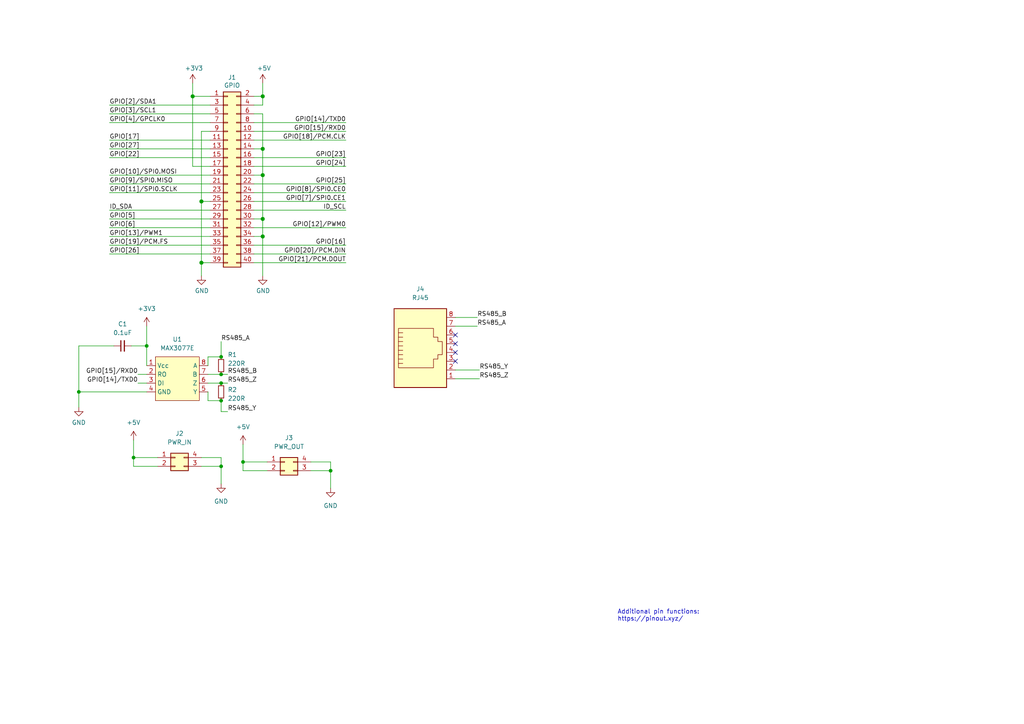
<source format=kicad_sch>
(kicad_sch (version 20211123) (generator eeschema)
  (paper "A4")
  (title_block (date "15 nov 2012"))
  (lib_symbols
    (symbol "Connector:RJ45" (pin_names (offset 1.016))
      (property "Reference" "J" (at -5.08 13.97 0))
      (property "Value" "RJ45" (at 2.54 13.97 0))
      (symbol "RJ45_0_1"
        (polyline (pts (xy -5.08 4.445) (xy -6.35 4.445)))
        (polyline (pts (xy -5.08 5.715) (xy -6.35 5.715)))
        (polyline (pts (xy -6.35 -3.175) (xy -5.08 -3.175) (xy -5.08 -3.175)))
        (polyline (pts (xy -6.35 -1.905) (xy -5.08 -1.905) (xy -5.08 -1.905)))
        (polyline (pts (xy -6.35 -0.635) (xy -5.08 -0.635) (xy -5.08 -0.635)))
        (polyline (pts (xy -6.35 0.635) (xy -5.08 0.635) (xy -5.08 0.635)))
        (polyline (pts (xy -6.35 1.905) (xy -5.08 1.905) (xy -5.08 1.905)))
        (polyline (pts (xy -5.08 3.175) (xy -6.35 3.175) (xy -6.35 3.175)))
        (polyline (pts (xy -6.35 -4.445) (xy -6.35 6.985) (xy 3.81 6.985) (xy 3.81 4.445) (xy 5.08 4.445) (xy 5.08 3.175) (xy 6.35 3.175) (xy 6.35 -0.635) (xy 5.08 -0.635) (xy 5.08 -1.905) (xy 3.81 -1.905) (xy 3.81 -4.445) (xy -6.35 -4.445) (xy -6.35 -4.445)))
        (rectangle (start 7.62 12.7) (end -7.62 -10.16) (stroke (width 0.254)) (fill (type background)))
      )
      (symbol "RJ45_1_1"
        (pin passive line (at 10.16 -7.62 180) (length 2.54) (name "~") (number "1"))
        (pin passive line (at 10.16 -5.08 180) (length 2.54) (name "~") (number "2"))
        (pin passive line (at 10.16 -2.54 180) (length 2.54) (name "~") (number "3"))
        (pin passive line (at 10.16 0 180) (length 2.54) (name "~") (number "4"))
        (pin passive line (at 10.16 2.54 180) (length 2.54) (name "~") (number "5"))
        (pin passive line (at 10.16 5.08 180) (length 2.54) (name "~") (number "6"))
        (pin passive line (at 10.16 7.62 180) (length 2.54) (name "~") (number "7"))
        (pin passive line (at 10.16 10.16 180) (length 2.54) (name "~") (number "8"))
      )
    )
    (symbol "Connector_Generic:Conn_02x02_Counter_Clockwise" (pin_names (offset 1.016) hide)
      (property "Reference" "J" (at 1.27 2.54 0))
      (property "Value" "Conn_02x02_Counter_Clockwise" (at 1.27 -5.08 0))
      (symbol "Conn_02x02_Counter_Clockwise_1_1"
        (rectangle (start -1.27 -2.413) (end 0 -2.667) (stroke (width 0.1524)))
        (rectangle (start -1.27 0.127) (end 0 -0.127) (stroke (width 0.1524)))
        (rectangle (start -1.27 1.27) (end 3.81 -3.81) (stroke (width 0.254)) (fill (type background)))
        (rectangle (start 3.81 -2.413) (end 2.54 -2.667) (stroke (width 0.1524)))
        (rectangle (start 3.81 0.127) (end 2.54 -0.127) (stroke (width 0.1524)))
        (pin passive line (at -5.08 0 0) (length 3.81) (name "Pin_1") (number "1"))
        (pin passive line (at -5.08 -2.54 0) (length 3.81) (name "Pin_2") (number "2"))
        (pin passive line (at 7.62 -2.54 180) (length 3.81) (name "Pin_3") (number "3"))
        (pin passive line (at 7.62 0 180) (length 3.81) (name "Pin_4") (number "4"))
      )
    )
    (symbol "Connector_Generic:Conn_02x20_Odd_Even" (pin_names (offset 1.016) hide)
      (property "Reference" "J" (at 1.27 25.4 0))
      (property "Value" "Conn_02x20_Odd_Even" (at 1.27 -27.94 0))
      (symbol "Conn_02x20_Odd_Even_1_1"
        (rectangle (start -1.27 -25.273) (end 0 -25.527) (stroke (width 0.1524)))
        (rectangle (start -1.27 -22.733) (end 0 -22.987) (stroke (width 0.1524)))
        (rectangle (start -1.27 -20.193) (end 0 -20.447) (stroke (width 0.1524)))
        (rectangle (start -1.27 -17.653) (end 0 -17.907) (stroke (width 0.1524)))
        (rectangle (start -1.27 -15.113) (end 0 -15.367) (stroke (width 0.1524)))
        (rectangle (start -1.27 -12.573) (end 0 -12.827) (stroke (width 0.1524)))
        (rectangle (start -1.27 -10.033) (end 0 -10.287) (stroke (width 0.1524)))
        (rectangle (start -1.27 -7.493) (end 0 -7.747) (stroke (width 0.1524)))
        (rectangle (start -1.27 -4.953) (end 0 -5.207) (stroke (width 0.1524)))
        (rectangle (start -1.27 -2.413) (end 0 -2.667) (stroke (width 0.1524)))
        (rectangle (start -1.27 0.127) (end 0 -0.127) (stroke (width 0.1524)))
        (rectangle (start -1.27 2.667) (end 0 2.413) (stroke (width 0.1524)))
        (rectangle (start -1.27 5.207) (end 0 4.953) (stroke (width 0.1524)))
        (rectangle (start -1.27 7.747) (end 0 7.493) (stroke (width 0.1524)))
        (rectangle (start -1.27 10.287) (end 0 10.033) (stroke (width 0.1524)))
        (rectangle (start -1.27 12.827) (end 0 12.573) (stroke (width 0.1524)))
        (rectangle (start -1.27 15.367) (end 0 15.113) (stroke (width 0.1524)))
        (rectangle (start -1.27 17.907) (end 0 17.653) (stroke (width 0.1524)))
        (rectangle (start -1.27 20.447) (end 0 20.193) (stroke (width 0.1524)))
        (rectangle (start -1.27 22.987) (end 0 22.733) (stroke (width 0.1524)))
        (rectangle (start -1.27 24.13) (end 3.81 -26.67) (stroke (width 0.254)) (fill (type background)))
        (rectangle (start 3.81 -25.273) (end 2.54 -25.527) (stroke (width 0.1524)))
        (rectangle (start 3.81 -22.733) (end 2.54 -22.987) (stroke (width 0.1524)))
        (rectangle (start 3.81 -20.193) (end 2.54 -20.447) (stroke (width 0.1524)))
        (rectangle (start 3.81 -17.653) (end 2.54 -17.907) (stroke (width 0.1524)))
        (rectangle (start 3.81 -15.113) (end 2.54 -15.367) (stroke (width 0.1524)))
        (rectangle (start 3.81 -12.573) (end 2.54 -12.827) (stroke (width 0.1524)))
        (rectangle (start 3.81 -10.033) (end 2.54 -10.287) (stroke (width 0.1524)))
        (rectangle (start 3.81 -7.493) (end 2.54 -7.747) (stroke (width 0.1524)))
        (rectangle (start 3.81 -4.953) (end 2.54 -5.207) (stroke (width 0.1524)))
        (rectangle (start 3.81 -2.413) (end 2.54 -2.667) (stroke (width 0.1524)))
        (rectangle (start 3.81 0.127) (end 2.54 -0.127) (stroke (width 0.1524)))
        (rectangle (start 3.81 2.667) (end 2.54 2.413) (stroke (width 0.1524)))
        (rectangle (start 3.81 5.207) (end 2.54 4.953) (stroke (width 0.1524)))
        (rectangle (start 3.81 7.747) (end 2.54 7.493) (stroke (width 0.1524)))
        (rectangle (start 3.81 10.287) (end 2.54 10.033) (stroke (width 0.1524)))
        (rectangle (start 3.81 12.827) (end 2.54 12.573) (stroke (width 0.1524)))
        (rectangle (start 3.81 15.367) (end 2.54 15.113) (stroke (width 0.1524)))
        (rectangle (start 3.81 17.907) (end 2.54 17.653) (stroke (width 0.1524)))
        (rectangle (start 3.81 20.447) (end 2.54 20.193) (stroke (width 0.1524)))
        (rectangle (start 3.81 22.987) (end 2.54 22.733) (stroke (width 0.1524)))
        (pin passive line (at -5.08 22.86 0) (length 3.81) (name "Pin_1") (number "1"))
        (pin passive line (at 7.62 12.7 180) (length 3.81) (name "Pin_10") (number "10"))
        (pin passive line (at -5.08 10.16 0) (length 3.81) (name "Pin_11") (number "11"))
        (pin passive line (at 7.62 10.16 180) (length 3.81) (name "Pin_12") (number "12"))
        (pin passive line (at -5.08 7.62 0) (length 3.81) (name "Pin_13") (number "13"))
        (pin passive line (at 7.62 7.62 180) (length 3.81) (name "Pin_14") (number "14"))
        (pin passive line (at -5.08 5.08 0) (length 3.81) (name "Pin_15") (number "15"))
        (pin passive line (at 7.62 5.08 180) (length 3.81) (name "Pin_16") (number "16"))
        (pin passive line (at -5.08 2.54 0) (length 3.81) (name "Pin_17") (number "17"))
        (pin passive line (at 7.62 2.54 180) (length 3.81) (name "Pin_18") (number "18"))
        (pin passive line (at -5.08 0 0) (length 3.81) (name "Pin_19") (number "19"))
        (pin passive line (at 7.62 22.86 180) (length 3.81) (name "Pin_2") (number "2"))
        (pin passive line (at 7.62 0 180) (length 3.81) (name "Pin_20") (number "20"))
        (pin passive line (at -5.08 -2.54 0) (length 3.81) (name "Pin_21") (number "21"))
        (pin passive line (at 7.62 -2.54 180) (length 3.81) (name "Pin_22") (number "22"))
        (pin passive line (at -5.08 -5.08 0) (length 3.81) (name "Pin_23") (number "23"))
        (pin passive line (at 7.62 -5.08 180) (length 3.81) (name "Pin_24") (number "24"))
        (pin passive line (at -5.08 -7.62 0) (length 3.81) (name "Pin_25") (number "25"))
        (pin passive line (at 7.62 -7.62 180) (length 3.81) (name "Pin_26") (number "26"))
        (pin passive line (at -5.08 -10.16 0) (length 3.81) (name "Pin_27") (number "27"))
        (pin passive line (at 7.62 -10.16 180) (length 3.81) (name "Pin_28") (number "28"))
        (pin passive line (at -5.08 -12.7 0) (length 3.81) (name "Pin_29") (number "29"))
        (pin passive line (at -5.08 20.32 0) (length 3.81) (name "Pin_3") (number "3"))
        (pin passive line (at 7.62 -12.7 180) (length 3.81) (name "Pin_30") (number "30"))
        (pin passive line (at -5.08 -15.24 0) (length 3.81) (name "Pin_31") (number "31"))
        (pin passive line (at 7.62 -15.24 180) (length 3.81) (name "Pin_32") (number "32"))
        (pin passive line (at -5.08 -17.78 0) (length 3.81) (name "Pin_33") (number "33"))
        (pin passive line (at 7.62 -17.78 180) (length 3.81) (name "Pin_34") (number "34"))
        (pin passive line (at -5.08 -20.32 0) (length 3.81) (name "Pin_35") (number "35"))
        (pin passive line (at 7.62 -20.32 180) (length 3.81) (name "Pin_36") (number "36"))
        (pin passive line (at -5.08 -22.86 0) (length 3.81) (name "Pin_37") (number "37"))
        (pin passive line (at 7.62 -22.86 180) (length 3.81) (name "Pin_38") (number "38"))
        (pin passive line (at -5.08 -25.4 0) (length 3.81) (name "Pin_39") (number "39"))
        (pin passive line (at 7.62 20.32 180) (length 3.81) (name "Pin_4") (number "4"))
        (pin passive line (at 7.62 -25.4 180) (length 3.81) (name "Pin_40") (number "40"))
        (pin passive line (at -5.08 17.78 0) (length 3.81) (name "Pin_5") (number "5"))
        (pin passive line (at 7.62 17.78 180) (length 3.81) (name "Pin_6") (number "6"))
        (pin passive line (at -5.08 15.24 0) (length 3.81) (name "Pin_7") (number "7"))
        (pin passive line (at 7.62 15.24 180) (length 3.81) (name "Pin_8") (number "8"))
        (pin passive line (at -5.08 12.7 0) (length 3.81) (name "Pin_9") (number "9"))
      )
    )
    (symbol "Device:C_Small" (pin_numbers hide) (pin_names (offset 0.254) hide)
      (property "Reference" "C" (at 0.254 1.778 0))
      (property "Value" "C_Small" (at 0.254 -2.032 0))
      (symbol "C_Small_0_1"
        (polyline (pts (xy -1.524 -0.508) (xy 1.524 -0.508)) (stroke (width 0.3302)))
        (polyline (pts (xy -1.524 0.508) (xy 1.524 0.508)) (stroke (width 0.3048)))
      )
      (symbol "C_Small_1_1"
        (pin passive line (at 0 2.54 270) (length 2.032) (name "~") (number "1"))
        (pin passive line (at 0 -2.54 90) (length 2.032) (name "~") (number "2"))
      )
    )
    (symbol "Device:R_Small" (pin_numbers hide) (pin_names (offset 0.254) hide)
      (property "Reference" "R" (at 0.762 0.508 0))
      (property "Value" "R_Small" (at 0.762 -1.016 0))
      (symbol "R_Small_0_1"
        (rectangle (start -0.762 1.778) (end 0.762 -1.778) (stroke (width 0.2032)))
      )
      (symbol "R_Small_1_1"
        (pin passive line (at 0 2.54 270) (length 0.762) (name "~") (number "1"))
        (pin passive line (at 0 -2.54 90) (length 0.762) (name "~") (number "2"))
      )
    )
    (symbol "plib:MAX3077E"
      (property "Reference" "U" (at 0 -7.62 0))
      (property "Value" "MAX3077E" (at 0 7.62 0))
      (symbol "MAX3077E_0_0"
        (pin output line (at -8.89 1.27 0) (length 2.54) (name "RO") (number "2"))
        (pin input line (at -8.89 -1.27 0) (length 2.54) (name "DI") (number "3"))
        (pin input line (at -8.89 -3.81 0) (length 2.54) (name "GND") (number "4"))
        (pin input line (at 8.89 -3.81 180) (length 2.54) (name "Y") (number "5"))
        (pin input line (at 8.89 -1.27 180) (length 2.54) (name "Z") (number "6"))
        (pin input line (at 8.89 1.27 180) (length 2.54) (name "B") (number "7"))
        (pin input line (at 8.89 3.81 180) (length 2.54) (name "A") (number "8"))
      )
      (symbol "MAX3077E_0_1"
        (rectangle (start -6.35 6.35) (end 6.35 -6.35) (fill (type background)))
      )
      (symbol "MAX3077E_1_1"
        (pin input line (at -8.89 3.81 0) (length 2.54) (name "Vcc") (number "1"))
      )
    )
    (symbol "power:+3.3V" (power) (pin_names (offset 0))
      (property "Value" "+3.3V" (at 0 3.556 0))
      (symbol "+3.3V_0_1"
        (polyline (pts (xy -0.762 1.27) (xy 0 2.54)))
        (polyline (pts (xy 0 0) (xy 0 2.54)))
        (polyline (pts (xy 0 2.54) (xy 0.762 1.27)))
      )
      (symbol "+3.3V_1_1"
        (pin power_in line (at 0 0 90) (length 0) hide (name "+3V3") (number "1"))
      )
    )
    (symbol "power:+3V3" (power) (pin_names (offset 0))
      (property "Value" "+3V3" (at 0 3.556 0))
      (symbol "+3V3_0_1"
        (polyline (pts (xy -0.762 1.27) (xy 0 2.54)))
        (polyline (pts (xy 0 0) (xy 0 2.54)))
        (polyline (pts (xy 0 2.54) (xy 0.762 1.27)))
      )
      (symbol "+3V3_1_1"
        (pin power_in line (at 0 0 90) (length 0) hide (name "+3V3") (number "1"))
      )
    )
    (symbol "power:+5V" (power) (pin_names (offset 0))
      (property "Value" "+5V" (at 0 3.556 0))
      (symbol "+5V_0_1"
        (polyline (pts (xy -0.762 1.27) (xy 0 2.54)))
        (polyline (pts (xy 0 0) (xy 0 2.54)))
        (polyline (pts (xy 0 2.54) (xy 0.762 1.27)))
      )
      (symbol "+5V_1_1"
        (pin power_in line (at 0 0 90) (length 0) hide (name "+5V") (number "1"))
      )
    )
    (symbol "power:GND" (power) (pin_names (offset 0))
      (property "Value" "GND" (at 0 -3.81 0))
      (symbol "GND_0_1"
        (polyline (pts (xy 0 0) (xy 0 -1.27) (xy 1.27 -1.27) (xy 0 -2.54) (xy -1.27 -1.27) (xy 0 -1.27)))
      )
      (symbol "GND_1_1"
        (pin power_in line (at 0 0 270) (length 0) hide (name "GND") (number "1"))
      )
    )
  )
  (junction (at 76.2 27.94) (diameter 1.016))
  (junction (at 76.2 43.18) (diameter 1.016))
  (junction (at 64.135 116.205))
  (junction (at 64.135 108.585))
  (junction (at 64.135 103.505))
  (junction (at 95.885 136.525))
  (junction (at 42.545 100.33))
  (junction (at 58.42 76.2) (diameter 1.016))
  (junction (at 58.42 58.42) (diameter 1.016))
  (junction (at 76.2 68.58) (diameter 1.016))
  (junction (at 64.135 135.255))
  (junction (at 22.86 113.665))
  (junction (at 70.485 133.985))
  (junction (at 76.2 63.5) (diameter 1.016))
  (junction (at 64.135 111.125))
  (junction (at 38.735 132.715))
  (junction (at 76.2 50.8) (diameter 1.016))
  (junction (at 55.88 27.94) (diameter 1.016))
  (no_connect (at 132.08 97.155))
  (no_connect (at 132.08 104.775))
  (no_connect (at 132.08 99.695))
  (no_connect (at 132.08 102.235))
  (wire (pts (xy 64.135 135.255) (xy 64.135 140.335)))
  (wire (pts (xy 58.42 58.42) (xy 58.42 76.2)))
  (wire (pts (xy 73.66 58.42) (xy 100.33 58.42)))
  (wire (pts (xy 60.96 40.64) (xy 31.75 40.64)))
  (wire (pts (xy 77.47 133.985) (xy 70.485 133.985)))
  (wire (pts (xy 76.2 33.02) (xy 76.2 43.18)))
  (wire (pts (xy 76.2 50.8) (xy 73.66 50.8)))
  (wire (pts (xy 33.02 100.33) (xy 22.86 100.33)))
  (wire (pts (xy 76.2 63.5) (xy 76.2 68.58)))
  (wire (pts (xy 70.485 133.985) (xy 70.485 128.905)))
  (wire (pts (xy 45.72 135.255) (xy 38.735 135.255)))
  (wire (pts (xy 22.86 100.33) (xy 22.86 113.665)))
  (wire (pts (xy 76.2 50.8) (xy 76.2 63.5)))
  (wire (pts (xy 73.66 35.56) (xy 100.33 35.56)))
  (wire (pts (xy 58.42 38.1) (xy 58.42 58.42)))
  (wire (pts (xy 90.17 133.985) (xy 95.885 133.985)))
  (wire (pts (xy 60.325 103.505) (xy 64.135 103.505)))
  (wire (pts (xy 132.08 92.075) (xy 138.43 92.075)))
  (wire (pts (xy 58.42 38.1) (xy 60.96 38.1)))
  (wire (pts (xy 60.325 113.665) (xy 60.325 116.205)))
  (wire (pts (xy 73.66 55.88) (xy 100.33 55.88)))
  (wire (pts (xy 60.96 60.96) (xy 31.75 60.96)))
  (wire (pts (xy 22.86 113.665) (xy 42.545 113.665)))
  (wire (pts (xy 31.75 63.5) (xy 60.96 63.5)))
  (wire (pts (xy 58.42 58.42) (xy 60.96 58.42)))
  (wire (pts (xy 90.17 136.525) (xy 95.885 136.525)))
  (wire (pts (xy 73.66 45.72) (xy 100.33 45.72)))
  (wire (pts (xy 73.66 76.2) (xy 100.33 76.2)))
  (wire (pts (xy 58.42 76.2) (xy 58.42 80.01)))
  (wire (pts (xy 31.75 43.18) (xy 60.96 43.18)))
  (wire (pts (xy 77.47 136.525) (xy 70.485 136.525)))
  (wire (pts (xy 55.88 24.13) (xy 55.88 27.94)))
  (wire (pts (xy 76.2 68.58) (xy 73.66 68.58)))
  (wire (pts (xy 64.135 132.715) (xy 64.135 135.255)))
  (wire (pts (xy 40.005 108.585) (xy 42.545 108.585)))
  (wire (pts (xy 40.005 111.125) (xy 42.545 111.125)))
  (wire (pts (xy 31.75 33.02) (xy 60.96 33.02)))
  (wire (pts (xy 45.72 132.715) (xy 38.735 132.715)))
  (wire (pts (xy 31.75 55.88) (xy 60.96 55.88)))
  (wire (pts (xy 55.88 48.26) (xy 60.96 48.26)))
  (wire (pts (xy 38.735 135.255) (xy 38.735 132.715)))
  (wire (pts (xy 38.735 132.715) (xy 38.735 127.635)))
  (wire (pts (xy 60.96 30.48) (xy 31.75 30.48)))
  (wire (pts (xy 76.2 27.94) (xy 76.2 30.48)))
  (wire (pts (xy 76.2 43.18) (xy 76.2 50.8)))
  (wire (pts (xy 73.66 40.64) (xy 100.33 40.64)))
  (wire (pts (xy 64.135 116.205) (xy 64.135 119.38)))
  (wire (pts (xy 76.2 43.18) (xy 73.66 43.18)))
  (wire (pts (xy 64.135 119.38) (xy 66.04 119.38)))
  (wire (pts (xy 132.08 107.315) (xy 139.065 107.315)))
  (wire (pts (xy 76.2 24.13) (xy 76.2 27.94)))
  (wire (pts (xy 31.75 35.56) (xy 60.96 35.56)))
  (wire (pts (xy 76.2 27.94) (xy 73.66 27.94)))
  (wire (pts (xy 55.88 27.94) (xy 55.88 48.26)))
  (wire (pts (xy 73.66 48.26) (xy 100.33 48.26)))
  (wire (pts (xy 73.66 38.1) (xy 100.33 38.1)))
  (wire (pts (xy 70.485 136.525) (xy 70.485 133.985)))
  (wire (pts (xy 60.325 108.585) (xy 64.135 108.585)))
  (wire (pts (xy 31.75 45.72) (xy 60.96 45.72)))
  (wire (pts (xy 31.75 53.34) (xy 60.96 53.34)))
  (wire (pts (xy 60.325 116.205) (xy 64.135 116.205)))
  (wire (pts (xy 58.42 135.255) (xy 64.135 135.255)))
  (wire (pts (xy 31.75 66.04) (xy 60.96 66.04)))
  (wire (pts (xy 95.885 136.525) (xy 95.885 141.605)))
  (wire (pts (xy 76.2 30.48) (xy 73.66 30.48)))
  (wire (pts (xy 31.75 71.12) (xy 60.96 71.12)))
  (wire (pts (xy 58.42 132.715) (xy 64.135 132.715)))
  (wire (pts (xy 73.66 71.12) (xy 100.33 71.12)))
  (wire (pts (xy 73.66 66.04) (xy 100.33 66.04)))
  (wire (pts (xy 58.42 76.2) (xy 60.96 76.2)))
  (wire (pts (xy 22.86 113.665) (xy 22.86 118.11)))
  (wire (pts (xy 64.135 111.125) (xy 66.04 111.125)))
  (wire (pts (xy 73.66 73.66) (xy 100.33 73.66)))
  (wire (pts (xy 132.08 109.855) (xy 139.065 109.855)))
  (wire (pts (xy 76.2 33.02) (xy 73.66 33.02)))
  (wire (pts (xy 42.545 106.045) (xy 42.545 100.33)))
  (wire (pts (xy 31.75 73.66) (xy 60.96 73.66)))
  (wire (pts (xy 132.08 94.615) (xy 138.43 94.615)))
  (wire (pts (xy 64.135 99.06) (xy 64.135 103.505)))
  (wire (pts (xy 60.325 106.045) (xy 60.325 103.505)))
  (wire (pts (xy 60.325 111.125) (xy 64.135 111.125)))
  (wire (pts (xy 76.2 68.58) (xy 76.2 80.01)))
  (wire (pts (xy 73.66 53.34) (xy 100.33 53.34)))
  (wire (pts (xy 60.96 68.58) (xy 31.75 68.58)))
  (wire (pts (xy 76.2 63.5) (xy 73.66 63.5)))
  (wire (pts (xy 55.88 27.94) (xy 60.96 27.94)))
  (wire (pts (xy 42.545 100.33) (xy 38.1 100.33)))
  (wire (pts (xy 42.545 94.615) (xy 42.545 100.33)))
  (wire (pts (xy 64.135 108.585) (xy 66.04 108.585)))
  (wire (pts (xy 60.96 50.8) (xy 31.75 50.8)))
  (wire (pts (xy 73.66 60.96) (xy 100.33 60.96)))
  (wire (pts (xy 95.885 133.985) (xy 95.885 136.525)))
  (text "Additional pin functions:\nhttps://pinout.xyz/" (at 179.07 180.34 0) (effects (font (size 1.27 1.27)) (justify left bottom)))
  (label "ID_SDA" (at 31.75 60.96 0))
  (label "GPIO[6]" (at 31.75 66.04 0))
  (label "RS485_A" (at 138.43 94.615 0))
  (label "RS485_A" (at 64.135 99.06 0))
  (label "ID_SCL" (at 100.33 60.96 180))
  (label "GPIO[5]" (at 31.75 63.5 0))
  (label "GPIO[21]{slash}PCM.DOUT" (at 100.33 76.2 180))
  (label "GPIO[19]{slash}PCM.FS" (at 31.75 71.12 0))
  (label "GPIO[10]{slash}SPI0.MOSI" (at 31.75 50.8 0))
  (label "RS485_B" (at 66.04 108.585 0))
  (label "GPIO[9]{slash}SPI0.MISO" (at 31.75 53.34 0))
  (label "RS485_Y" (at 139.065 107.315 0))
  (label "GPIO[23]" (at 100.33 45.72 180))
  (label "GPIO[4]{slash}GPCLK0" (at 31.75 35.56 0))
  (label "GPIO[27]" (at 31.75 43.18 0))
  (label "GPIO[26]" (at 31.75 73.66 0))
  (label "GPIO[14]{slash}TXD0" (at 100.33 35.56 180))
  (label "GPIO[8]{slash}SPI0.CE0" (at 100.33 55.88 180))
  (label "GPIO[15]{slash}RXD0" (at 100.33 38.1 180))
  (label "GPIO[16]" (at 100.33 71.12 180))
  (label "GPIO[22]" (at 31.75 45.72 0))
  (label "RS485_B" (at 138.43 92.075 0))
  (label "GPIO[2]{slash}SDA1" (at 31.75 30.48 0))
  (label "GPIO[17]" (at 31.75 40.64 0))
  (label "RS485_Z" (at 139.065 109.855 0))
  (label "GPIO[25]" (at 100.33 53.34 180))
  (label "GPIO[3]{slash}SCL1" (at 31.75 33.02 0))
  (label "GPIO[18]{slash}PCM.CLK" (at 100.33 40.64 180))
  (label "GPIO[15]{slash}RXD0" (at 40.005 108.585 180))
  (label "GPIO[12]{slash}PWM0" (at 100.33 66.04 180))
  (label "GPIO[13]{slash}PWM1" (at 31.75 68.58 0))
  (label "GPIO[20]{slash}PCM.DIN" (at 100.33 73.66 180))
  (label "GPIO[24]" (at 100.33 48.26 180))
  (label "GPIO[14]{slash}TXD0" (at 40.005 111.125 180))
  (label "GPIO[7]{slash}SPI0.CE1" (at 100.33 58.42 180))
  (label "RS485_Y" (at 66.04 119.38 0))
  (label "RS485_Z" (at 66.04 111.125 0))
  (label "GPIO[11]{slash}SPI0.SCLK" (at 31.75 55.88 0))
  (symbol (lib_id "power:+5V") (at 76.2 24.13 0) (unit 1)
    (property "Reference" "#PWR01" (effects hide))
    (property "Value" "+5V" (at 76.5683 19.8056 0))
  )
  (symbol (lib_id "power:+3.3V") (at 55.88 24.13 0) (unit 1)
    (property "Reference" "#PWR04" (effects hide))
    (property "Value" "+3.3V" (at 56.2483 19.8056 0))
  )
  (symbol (lib_id "power:GND") (at 76.2 80.01 0) (unit 1)
    (property "Reference" "#PWR02" (effects hide))
    (property "Value" "GND" (at 76.3143 84.3344 0))
  )
  (symbol (lib_id "power:GND") (at 58.42 80.01 0) (unit 1)
    (property "Reference" "#PWR03" (effects hide))
    (property "Value" "GND" (at 58.5343 84.3344 0))
  )
  (symbol (lib_id "Connector_Generic:Conn_02x20_Odd_Even") (at 66.04 50.8 0) (unit 1)
    (property "Reference" "J1" (at 67.31 22.4598 0))
    (property "Value" "GPIO" (at 67.31 24.765 0))
    (property "Footprint" "Connector_PinSocket_2.54mm:PinSocket_2x20_P2.54mm_Vertical" (effects hide))
  )
  (symbol (lib_id "power:+5V") (at 70.485 128.905 0) (unit 1)
    (property "Reference" "#PWR0103" (effects hide))
    (property "Value" "+5V" (at 70.485 123.825 0))
  )
  (symbol (lib_id "power:GND") (at 22.86 118.11 0) (unit 1)
    (property "Reference" "#PWR0106" (effects hide))
    (property "Value" "GND" (at 22.86 122.555 0))
  )
  (symbol (lib_id "power:+3V3") (at 42.545 94.615 0) (unit 1)
    (property "Reference" "#PWR0101" (effects hide))
    (property "Value" "+3V3" (at 42.545 89.535 0))
  )
  (symbol (lib_id "Device:C_Small") (at 35.56 100.33 90) (unit 1)
    (property "Reference" "C1" (at 35.5663 93.98 90))
    (property "Value" "0.1uF" (at 35.5663 96.52 90))
    (property "Footprint" "Capacitor_SMD:C_0603_1608Metric_Pad1.08x0.95mm_HandSolder" (effects hide))
  )
  (symbol (lib_id "Connector_Generic:Conn_02x02_Counter_Clockwise") (at 82.55 133.985 0) (unit 1)
    (property "Reference" "J3" (at 83.82 127 0))
    (property "Value" "PWR_OUT" (at 83.82 129.54 0))
    (property "Footprint" "Connector_Molex:Molex_Micro-Fit_3.0_43045-0400_2x02_P3.00mm_Horizontal" (effects hide))
  )
  (symbol (lib_id "Connector:RJ45") (at 121.92 102.235 0) (unit 1)
    (property "Reference" "J4" (at 121.92 83.82 0))
    (property "Value" "RJ45" (at 121.92 86.36 0))
    (property "Footprint" "Connector_RJ:RJ45_Amphenol_54602-x08_Horizontal" (effects hide))
  )
  (symbol (lib_id "Device:R_Small") (at 64.135 113.665 0) (unit 1)
    (property "Reference" "R2" (at 66.04 113.03 0) (effects (justify left)))
    (property "Value" "220R" (at 66.04 115.57 0) (effects (justify left)))
    (property "Footprint" "Resistor_SMD:R_0603_1608Metric_Pad0.98x0.95mm_HandSolder" (effects hide))
  )
  (symbol (lib_id "power:GND") (at 64.135 140.335 0) (unit 1)
    (property "Reference" "#PWR0104" (effects hide))
    (property "Value" "GND" (at 64.135 145.415 0))
  )
  (symbol (lib_id "Connector_Generic:Conn_02x02_Counter_Clockwise") (at 50.8 132.715 0) (unit 1)
    (property "Reference" "J2" (at 52.07 125.73 0))
    (property "Value" "PWR_IN" (at 52.07 128.27 0))
    (property "Footprint" "Connector_Molex:Molex_Micro-Fit_3.0_43045-0400_2x02_P3.00mm_Horizontal" (effects hide))
  )
  (symbol (lib_id "plib:MAX3077E") (at 51.435 109.855 0) (unit 1)
    (property "Reference" "U1" (at 51.435 98.425 0))
    (property "Value" "MAX3077E" (at 51.435 100.965 0))
    (property "Footprint" "Package_DIP:DIP-8_W7.62mm_LongPads" (effects hide))
  )
  (symbol (lib_id "power:GND") (at 95.885 141.605 0) (unit 1)
    (property "Reference" "#PWR0105" (effects hide))
    (property "Value" "GND" (at 95.885 146.685 0))
  )
  (symbol (lib_id "power:+5V") (at 38.735 127.635 0) (unit 1)
    (property "Reference" "#PWR0107" (effects hide))
    (property "Value" "+5V" (at 38.735 122.555 0))
  )
  (symbol (lib_id "Device:R_Small") (at 64.135 106.045 0) (unit 1)
    (property "Reference" "R1" (at 66.04 102.87 0) (effects (justify left)))
    (property "Value" "220R" (at 66.04 105.41 0) (effects (justify left)))
    (property "Footprint" "Resistor_SMD:R_0603_1608Metric_Pad0.98x0.95mm_HandSolder" (effects hide))
  )
)
</source>
